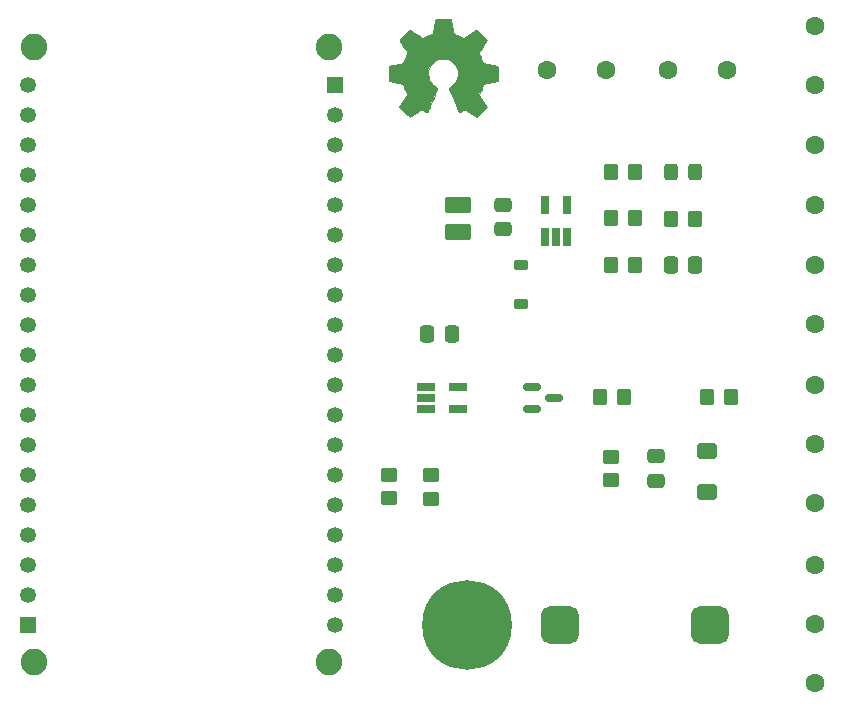
<source format=gbr>
%TF.GenerationSoftware,KiCad,Pcbnew,7.0.8*%
%TF.CreationDate,2023-11-13T13:57:56+01:00*%
%TF.ProjectId,sdi12-esphome,73646931-322d-4657-9370-686f6d652e6b,rev?*%
%TF.SameCoordinates,Original*%
%TF.FileFunction,Soldermask,Top*%
%TF.FilePolarity,Negative*%
%FSLAX46Y46*%
G04 Gerber Fmt 4.6, Leading zero omitted, Abs format (unit mm)*
G04 Created by KiCad (PCBNEW 7.0.8) date 2023-11-13 13:57:56*
%MOMM*%
%LPD*%
G01*
G04 APERTURE LIST*
G04 Aperture macros list*
%AMRoundRect*
0 Rectangle with rounded corners*
0 $1 Rounding radius*
0 $2 $3 $4 $5 $6 $7 $8 $9 X,Y pos of 4 corners*
0 Add a 4 corners polygon primitive as box body*
4,1,4,$2,$3,$4,$5,$6,$7,$8,$9,$2,$3,0*
0 Add four circle primitives for the rounded corners*
1,1,$1+$1,$2,$3*
1,1,$1+$1,$4,$5*
1,1,$1+$1,$6,$7*
1,1,$1+$1,$8,$9*
0 Add four rect primitives between the rounded corners*
20,1,$1+$1,$2,$3,$4,$5,0*
20,1,$1+$1,$4,$5,$6,$7,0*
20,1,$1+$1,$6,$7,$8,$9,0*
20,1,$1+$1,$8,$9,$2,$3,0*%
G04 Aperture macros list end*
%ADD10C,0.010000*%
%ADD11C,2.250000*%
%ADD12R,1.350000X1.350000*%
%ADD13C,1.350000*%
%ADD14RoundRect,0.250000X-0.350000X-0.450000X0.350000X-0.450000X0.350000X0.450000X-0.350000X0.450000X0*%
%ADD15RoundRect,0.250000X0.350000X0.450000X-0.350000X0.450000X-0.350000X-0.450000X0.350000X-0.450000X0*%
%ADD16RoundRect,0.800000X-0.800000X-0.800000X0.800000X-0.800000X0.800000X0.800000X-0.800000X0.800000X0*%
%ADD17C,1.600200*%
%ADD18RoundRect,0.250000X-0.450000X0.350000X-0.450000X-0.350000X0.450000X-0.350000X0.450000X0.350000X0*%
%ADD19RoundRect,0.250000X-0.337500X-0.475000X0.337500X-0.475000X0.337500X0.475000X-0.337500X0.475000X0*%
%ADD20RoundRect,0.250000X-0.475000X0.337500X-0.475000X-0.337500X0.475000X-0.337500X0.475000X0.337500X0*%
%ADD21C,4.700000*%
%ADD22C,7.600000*%
%ADD23R,1.560000X0.650000*%
%ADD24RoundRect,0.250000X-0.325000X-0.450000X0.325000X-0.450000X0.325000X0.450000X-0.325000X0.450000X0*%
%ADD25RoundRect,0.250000X0.450000X-0.350000X0.450000X0.350000X-0.450000X0.350000X-0.450000X-0.350000X0*%
%ADD26RoundRect,0.250000X0.337500X0.475000X-0.337500X0.475000X-0.337500X-0.475000X0.337500X-0.475000X0*%
%ADD27RoundRect,0.150000X-0.587500X-0.150000X0.587500X-0.150000X0.587500X0.150000X-0.587500X0.150000X0*%
%ADD28RoundRect,0.250001X-0.849999X0.462499X-0.849999X-0.462499X0.849999X-0.462499X0.849999X0.462499X0*%
%ADD29RoundRect,0.225000X0.375000X-0.225000X0.375000X0.225000X-0.375000X0.225000X-0.375000X-0.225000X0*%
%ADD30RoundRect,0.250000X-0.600000X0.400000X-0.600000X-0.400000X0.600000X-0.400000X0.600000X0.400000X0*%
%ADD31R,0.650000X1.560000*%
G04 APERTURE END LIST*
%TO.C,LOGO1*%
D10*
X83267014Y-47792998D02*
X83425006Y-47793863D01*
X83539347Y-47796205D01*
X83617407Y-47800762D01*
X83666554Y-47808270D01*
X83694159Y-47819466D01*
X83707592Y-47835088D01*
X83714221Y-47855873D01*
X83714865Y-47858563D01*
X83724935Y-47907113D01*
X83743575Y-48002905D01*
X83768845Y-48135743D01*
X83798807Y-48295431D01*
X83831522Y-48471774D01*
X83832664Y-48477967D01*
X83865433Y-48650782D01*
X83896093Y-48803469D01*
X83922664Y-48926871D01*
X83943167Y-49011831D01*
X83955626Y-49049190D01*
X83956220Y-49049852D01*
X83992919Y-49068095D01*
X84068586Y-49098497D01*
X84166878Y-49134493D01*
X84167425Y-49134685D01*
X84291233Y-49181222D01*
X84437196Y-49240504D01*
X84574781Y-49300109D01*
X84581293Y-49303056D01*
X84805390Y-49404765D01*
X85301619Y-49065897D01*
X85453846Y-48962592D01*
X85591741Y-48870237D01*
X85707315Y-48794084D01*
X85792579Y-48739385D01*
X85839544Y-48711393D01*
X85844004Y-48709317D01*
X85878134Y-48718560D01*
X85941881Y-48763156D01*
X86037731Y-48845209D01*
X86168169Y-48966821D01*
X86301328Y-49096205D01*
X86429694Y-49223702D01*
X86544581Y-49340046D01*
X86639073Y-49438052D01*
X86706253Y-49510536D01*
X86739206Y-49550313D01*
X86740432Y-49552361D01*
X86744074Y-49579656D01*
X86730350Y-49624234D01*
X86695869Y-49692112D01*
X86637239Y-49789311D01*
X86551070Y-49921851D01*
X86436200Y-50092476D01*
X86334254Y-50242655D01*
X86243123Y-50377350D01*
X86168073Y-50488740D01*
X86114369Y-50569005D01*
X86087280Y-50610325D01*
X86085574Y-50613130D01*
X86088882Y-50652721D01*
X86113953Y-50729669D01*
X86155798Y-50829432D01*
X86170712Y-50861291D01*
X86235786Y-51003226D01*
X86305212Y-51164273D01*
X86361609Y-51303621D01*
X86402247Y-51407044D01*
X86434526Y-51485642D01*
X86453178Y-51526720D01*
X86455497Y-51529885D01*
X86489803Y-51535128D01*
X86570669Y-51549494D01*
X86687343Y-51570937D01*
X86829075Y-51597413D01*
X86985110Y-51626877D01*
X87144698Y-51657283D01*
X87297085Y-51686588D01*
X87431521Y-51712745D01*
X87537252Y-51733710D01*
X87603526Y-51747439D01*
X87619782Y-51751320D01*
X87636573Y-51760900D01*
X87649249Y-51782536D01*
X87658378Y-51823531D01*
X87664531Y-51891189D01*
X87668280Y-51992812D01*
X87670192Y-52135703D01*
X87670840Y-52327165D01*
X87670874Y-52405645D01*
X87670874Y-53043906D01*
X87517598Y-53074160D01*
X87432322Y-53090564D01*
X87305070Y-53114509D01*
X87151315Y-53143107D01*
X86986534Y-53173467D01*
X86940989Y-53181806D01*
X86788932Y-53211370D01*
X86656468Y-53240442D01*
X86554714Y-53266329D01*
X86494788Y-53286337D01*
X86484805Y-53292301D01*
X86460293Y-53334534D01*
X86425148Y-53416370D01*
X86386173Y-53521683D01*
X86378442Y-53544368D01*
X86327360Y-53685018D01*
X86263954Y-53843714D01*
X86201904Y-53986225D01*
X86201598Y-53986886D01*
X86098267Y-54210440D01*
X86777961Y-55210232D01*
X86341621Y-55647300D01*
X86209649Y-55777381D01*
X86089279Y-55892048D01*
X85987273Y-55985181D01*
X85910391Y-56050658D01*
X85865393Y-56082357D01*
X85858938Y-56084368D01*
X85821040Y-56068529D01*
X85743708Y-56024496D01*
X85635389Y-55957490D01*
X85504532Y-55872734D01*
X85363052Y-55777816D01*
X85219461Y-55680998D01*
X85091435Y-55596751D01*
X84987105Y-55530258D01*
X84914600Y-55486702D01*
X84882158Y-55471264D01*
X84842576Y-55484328D01*
X84767519Y-55518750D01*
X84672468Y-55567380D01*
X84662392Y-55572785D01*
X84534391Y-55636980D01*
X84446618Y-55668463D01*
X84392028Y-55668798D01*
X84363575Y-55639548D01*
X84363410Y-55639138D01*
X84349188Y-55604498D01*
X84315269Y-55522269D01*
X84264284Y-55398814D01*
X84198862Y-55240498D01*
X84121634Y-55053686D01*
X84035229Y-54844742D01*
X83951551Y-54642446D01*
X83859588Y-54419200D01*
X83775150Y-54212392D01*
X83700769Y-54028362D01*
X83638974Y-53873451D01*
X83592297Y-53753996D01*
X83563268Y-53676339D01*
X83554322Y-53647356D01*
X83576756Y-53614110D01*
X83635439Y-53561123D01*
X83713689Y-53502704D01*
X83936534Y-53317952D01*
X84110718Y-53106182D01*
X84234154Y-52871856D01*
X84304754Y-52619434D01*
X84320431Y-52353377D01*
X84309036Y-52230575D01*
X84246950Y-51975793D01*
X84140023Y-51750801D01*
X83994889Y-51557817D01*
X83818178Y-51399061D01*
X83616522Y-51276750D01*
X83396554Y-51193105D01*
X83164906Y-51150344D01*
X82928209Y-51150687D01*
X82693095Y-51196352D01*
X82466196Y-51289559D01*
X82254144Y-51432527D01*
X82165636Y-51513383D01*
X81995889Y-51721007D01*
X81877699Y-51947895D01*
X81810278Y-52187433D01*
X81792840Y-52433007D01*
X81824598Y-52678003D01*
X81904765Y-52915808D01*
X82032555Y-53139807D01*
X82207180Y-53343387D01*
X82402312Y-53502704D01*
X82483591Y-53563602D01*
X82541009Y-53616015D01*
X82561678Y-53647406D01*
X82550856Y-53681639D01*
X82520077Y-53763419D01*
X82471874Y-53886407D01*
X82408778Y-54044263D01*
X82333322Y-54230649D01*
X82248038Y-54439226D01*
X82164219Y-54642496D01*
X82071745Y-54865933D01*
X81986089Y-55072984D01*
X81909882Y-55257286D01*
X81845753Y-55412475D01*
X81796332Y-55532188D01*
X81764248Y-55610061D01*
X81752359Y-55639138D01*
X81724274Y-55668677D01*
X81669949Y-55668591D01*
X81582395Y-55637326D01*
X81454619Y-55573329D01*
X81453608Y-55572785D01*
X81357402Y-55523121D01*
X81279631Y-55486945D01*
X81235777Y-55471408D01*
X81233842Y-55471264D01*
X81200829Y-55487024D01*
X81127946Y-55530850D01*
X81023322Y-55597557D01*
X80895090Y-55681964D01*
X80752948Y-55777816D01*
X80608233Y-55874867D01*
X80477804Y-55959270D01*
X80370110Y-56025801D01*
X80293598Y-56069238D01*
X80257062Y-56084368D01*
X80223418Y-56064482D01*
X80155776Y-56008903D01*
X80060893Y-55923754D01*
X79945530Y-55815153D01*
X79816445Y-55689221D01*
X79774229Y-55647149D01*
X79337739Y-55209931D01*
X79669977Y-54722340D01*
X79770946Y-54572605D01*
X79859562Y-54438220D01*
X79930854Y-54326969D01*
X79979850Y-54246639D01*
X80001578Y-54205014D01*
X80002215Y-54202053D01*
X79990760Y-54162818D01*
X79959949Y-54083895D01*
X79915116Y-53978509D01*
X79883647Y-53907954D01*
X79824808Y-53772876D01*
X79769396Y-53636409D01*
X79726436Y-53521103D01*
X79714766Y-53485977D01*
X79681611Y-53392174D01*
X79649201Y-53319694D01*
X79631399Y-53292301D01*
X79592114Y-53275536D01*
X79506374Y-53251770D01*
X79385303Y-53223697D01*
X79240027Y-53194009D01*
X79175012Y-53181806D01*
X79009913Y-53151468D01*
X78851552Y-53122093D01*
X78715404Y-53096569D01*
X78616943Y-53077785D01*
X78598402Y-53074160D01*
X78445127Y-53043906D01*
X78445127Y-52405645D01*
X78445471Y-52195770D01*
X78446884Y-52036980D01*
X78449936Y-51921973D01*
X78455197Y-51843446D01*
X78463237Y-51794096D01*
X78474627Y-51766619D01*
X78489937Y-51753713D01*
X78496218Y-51751320D01*
X78534104Y-51742833D01*
X78617805Y-51725900D01*
X78736567Y-51702566D01*
X78879639Y-51674875D01*
X79036268Y-51644873D01*
X79195703Y-51614604D01*
X79347191Y-51586115D01*
X79479981Y-51561449D01*
X79583319Y-51542651D01*
X79646455Y-51531767D01*
X79660503Y-51529885D01*
X79673230Y-51504704D01*
X79701400Y-51437622D01*
X79739748Y-51341333D01*
X79754391Y-51303621D01*
X79813452Y-51157921D01*
X79883000Y-50996951D01*
X79945288Y-50861291D01*
X79991121Y-50757561D01*
X80021613Y-50672326D01*
X80031792Y-50620126D01*
X80030169Y-50613130D01*
X80008657Y-50580102D01*
X79959535Y-50506643D01*
X79888077Y-50400577D01*
X79799555Y-50269726D01*
X79699241Y-50121912D01*
X79679406Y-50092734D01*
X79563012Y-49919863D01*
X79477452Y-49788226D01*
X79419316Y-49691761D01*
X79385192Y-49624408D01*
X79371669Y-49580106D01*
X79375336Y-49552794D01*
X79375430Y-49552620D01*
X79404293Y-49516746D01*
X79468133Y-49447391D01*
X79560031Y-49351745D01*
X79673067Y-49236999D01*
X79800321Y-49110341D01*
X79814672Y-49096205D01*
X79975043Y-48940903D01*
X80098805Y-48826870D01*
X80188445Y-48752002D01*
X80246448Y-48714196D01*
X80271996Y-48709317D01*
X80309282Y-48730603D01*
X80386657Y-48779773D01*
X80496133Y-48851575D01*
X80629720Y-48940755D01*
X80779430Y-49042063D01*
X80814382Y-49065897D01*
X81310610Y-49404765D01*
X81534707Y-49303056D01*
X81670989Y-49243783D01*
X81817276Y-49184170D01*
X81943035Y-49136640D01*
X81948575Y-49134685D01*
X82046943Y-49098677D01*
X82122771Y-49068229D01*
X82159718Y-49049905D01*
X82159780Y-49049852D01*
X82171504Y-49016729D01*
X82191432Y-48935267D01*
X82217587Y-48814625D01*
X82247990Y-48663959D01*
X82280663Y-48492428D01*
X82283336Y-48477967D01*
X82316110Y-48301235D01*
X82346198Y-48140810D01*
X82371661Y-48006888D01*
X82390559Y-47909663D01*
X82400953Y-47859332D01*
X82401135Y-47858563D01*
X82407461Y-47837153D01*
X82419761Y-47820988D01*
X82445406Y-47809331D01*
X82491765Y-47801445D01*
X82566208Y-47796593D01*
X82676105Y-47794039D01*
X82828825Y-47793045D01*
X83031738Y-47792874D01*
X83058000Y-47792874D01*
X83267014Y-47792998D01*
G36*
X83267014Y-47792998D02*
G01*
X83425006Y-47793863D01*
X83539347Y-47796205D01*
X83617407Y-47800762D01*
X83666554Y-47808270D01*
X83694159Y-47819466D01*
X83707592Y-47835088D01*
X83714221Y-47855873D01*
X83714865Y-47858563D01*
X83724935Y-47907113D01*
X83743575Y-48002905D01*
X83768845Y-48135743D01*
X83798807Y-48295431D01*
X83831522Y-48471774D01*
X83832664Y-48477967D01*
X83865433Y-48650782D01*
X83896093Y-48803469D01*
X83922664Y-48926871D01*
X83943167Y-49011831D01*
X83955626Y-49049190D01*
X83956220Y-49049852D01*
X83992919Y-49068095D01*
X84068586Y-49098497D01*
X84166878Y-49134493D01*
X84167425Y-49134685D01*
X84291233Y-49181222D01*
X84437196Y-49240504D01*
X84574781Y-49300109D01*
X84581293Y-49303056D01*
X84805390Y-49404765D01*
X85301619Y-49065897D01*
X85453846Y-48962592D01*
X85591741Y-48870237D01*
X85707315Y-48794084D01*
X85792579Y-48739385D01*
X85839544Y-48711393D01*
X85844004Y-48709317D01*
X85878134Y-48718560D01*
X85941881Y-48763156D01*
X86037731Y-48845209D01*
X86168169Y-48966821D01*
X86301328Y-49096205D01*
X86429694Y-49223702D01*
X86544581Y-49340046D01*
X86639073Y-49438052D01*
X86706253Y-49510536D01*
X86739206Y-49550313D01*
X86740432Y-49552361D01*
X86744074Y-49579656D01*
X86730350Y-49624234D01*
X86695869Y-49692112D01*
X86637239Y-49789311D01*
X86551070Y-49921851D01*
X86436200Y-50092476D01*
X86334254Y-50242655D01*
X86243123Y-50377350D01*
X86168073Y-50488740D01*
X86114369Y-50569005D01*
X86087280Y-50610325D01*
X86085574Y-50613130D01*
X86088882Y-50652721D01*
X86113953Y-50729669D01*
X86155798Y-50829432D01*
X86170712Y-50861291D01*
X86235786Y-51003226D01*
X86305212Y-51164273D01*
X86361609Y-51303621D01*
X86402247Y-51407044D01*
X86434526Y-51485642D01*
X86453178Y-51526720D01*
X86455497Y-51529885D01*
X86489803Y-51535128D01*
X86570669Y-51549494D01*
X86687343Y-51570937D01*
X86829075Y-51597413D01*
X86985110Y-51626877D01*
X87144698Y-51657283D01*
X87297085Y-51686588D01*
X87431521Y-51712745D01*
X87537252Y-51733710D01*
X87603526Y-51747439D01*
X87619782Y-51751320D01*
X87636573Y-51760900D01*
X87649249Y-51782536D01*
X87658378Y-51823531D01*
X87664531Y-51891189D01*
X87668280Y-51992812D01*
X87670192Y-52135703D01*
X87670840Y-52327165D01*
X87670874Y-52405645D01*
X87670874Y-53043906D01*
X87517598Y-53074160D01*
X87432322Y-53090564D01*
X87305070Y-53114509D01*
X87151315Y-53143107D01*
X86986534Y-53173467D01*
X86940989Y-53181806D01*
X86788932Y-53211370D01*
X86656468Y-53240442D01*
X86554714Y-53266329D01*
X86494788Y-53286337D01*
X86484805Y-53292301D01*
X86460293Y-53334534D01*
X86425148Y-53416370D01*
X86386173Y-53521683D01*
X86378442Y-53544368D01*
X86327360Y-53685018D01*
X86263954Y-53843714D01*
X86201904Y-53986225D01*
X86201598Y-53986886D01*
X86098267Y-54210440D01*
X86777961Y-55210232D01*
X86341621Y-55647300D01*
X86209649Y-55777381D01*
X86089279Y-55892048D01*
X85987273Y-55985181D01*
X85910391Y-56050658D01*
X85865393Y-56082357D01*
X85858938Y-56084368D01*
X85821040Y-56068529D01*
X85743708Y-56024496D01*
X85635389Y-55957490D01*
X85504532Y-55872734D01*
X85363052Y-55777816D01*
X85219461Y-55680998D01*
X85091435Y-55596751D01*
X84987105Y-55530258D01*
X84914600Y-55486702D01*
X84882158Y-55471264D01*
X84842576Y-55484328D01*
X84767519Y-55518750D01*
X84672468Y-55567380D01*
X84662392Y-55572785D01*
X84534391Y-55636980D01*
X84446618Y-55668463D01*
X84392028Y-55668798D01*
X84363575Y-55639548D01*
X84363410Y-55639138D01*
X84349188Y-55604498D01*
X84315269Y-55522269D01*
X84264284Y-55398814D01*
X84198862Y-55240498D01*
X84121634Y-55053686D01*
X84035229Y-54844742D01*
X83951551Y-54642446D01*
X83859588Y-54419200D01*
X83775150Y-54212392D01*
X83700769Y-54028362D01*
X83638974Y-53873451D01*
X83592297Y-53753996D01*
X83563268Y-53676339D01*
X83554322Y-53647356D01*
X83576756Y-53614110D01*
X83635439Y-53561123D01*
X83713689Y-53502704D01*
X83936534Y-53317952D01*
X84110718Y-53106182D01*
X84234154Y-52871856D01*
X84304754Y-52619434D01*
X84320431Y-52353377D01*
X84309036Y-52230575D01*
X84246950Y-51975793D01*
X84140023Y-51750801D01*
X83994889Y-51557817D01*
X83818178Y-51399061D01*
X83616522Y-51276750D01*
X83396554Y-51193105D01*
X83164906Y-51150344D01*
X82928209Y-51150687D01*
X82693095Y-51196352D01*
X82466196Y-51289559D01*
X82254144Y-51432527D01*
X82165636Y-51513383D01*
X81995889Y-51721007D01*
X81877699Y-51947895D01*
X81810278Y-52187433D01*
X81792840Y-52433007D01*
X81824598Y-52678003D01*
X81904765Y-52915808D01*
X82032555Y-53139807D01*
X82207180Y-53343387D01*
X82402312Y-53502704D01*
X82483591Y-53563602D01*
X82541009Y-53616015D01*
X82561678Y-53647406D01*
X82550856Y-53681639D01*
X82520077Y-53763419D01*
X82471874Y-53886407D01*
X82408778Y-54044263D01*
X82333322Y-54230649D01*
X82248038Y-54439226D01*
X82164219Y-54642496D01*
X82071745Y-54865933D01*
X81986089Y-55072984D01*
X81909882Y-55257286D01*
X81845753Y-55412475D01*
X81796332Y-55532188D01*
X81764248Y-55610061D01*
X81752359Y-55639138D01*
X81724274Y-55668677D01*
X81669949Y-55668591D01*
X81582395Y-55637326D01*
X81454619Y-55573329D01*
X81453608Y-55572785D01*
X81357402Y-55523121D01*
X81279631Y-55486945D01*
X81235777Y-55471408D01*
X81233842Y-55471264D01*
X81200829Y-55487024D01*
X81127946Y-55530850D01*
X81023322Y-55597557D01*
X80895090Y-55681964D01*
X80752948Y-55777816D01*
X80608233Y-55874867D01*
X80477804Y-55959270D01*
X80370110Y-56025801D01*
X80293598Y-56069238D01*
X80257062Y-56084368D01*
X80223418Y-56064482D01*
X80155776Y-56008903D01*
X80060893Y-55923754D01*
X79945530Y-55815153D01*
X79816445Y-55689221D01*
X79774229Y-55647149D01*
X79337739Y-55209931D01*
X79669977Y-54722340D01*
X79770946Y-54572605D01*
X79859562Y-54438220D01*
X79930854Y-54326969D01*
X79979850Y-54246639D01*
X80001578Y-54205014D01*
X80002215Y-54202053D01*
X79990760Y-54162818D01*
X79959949Y-54083895D01*
X79915116Y-53978509D01*
X79883647Y-53907954D01*
X79824808Y-53772876D01*
X79769396Y-53636409D01*
X79726436Y-53521103D01*
X79714766Y-53485977D01*
X79681611Y-53392174D01*
X79649201Y-53319694D01*
X79631399Y-53292301D01*
X79592114Y-53275536D01*
X79506374Y-53251770D01*
X79385303Y-53223697D01*
X79240027Y-53194009D01*
X79175012Y-53181806D01*
X79009913Y-53151468D01*
X78851552Y-53122093D01*
X78715404Y-53096569D01*
X78616943Y-53077785D01*
X78598402Y-53074160D01*
X78445127Y-53043906D01*
X78445127Y-52405645D01*
X78445471Y-52195770D01*
X78446884Y-52036980D01*
X78449936Y-51921973D01*
X78455197Y-51843446D01*
X78463237Y-51794096D01*
X78474627Y-51766619D01*
X78489937Y-51753713D01*
X78496218Y-51751320D01*
X78534104Y-51742833D01*
X78617805Y-51725900D01*
X78736567Y-51702566D01*
X78879639Y-51674875D01*
X79036268Y-51644873D01*
X79195703Y-51614604D01*
X79347191Y-51586115D01*
X79479981Y-51561449D01*
X79583319Y-51542651D01*
X79646455Y-51531767D01*
X79660503Y-51529885D01*
X79673230Y-51504704D01*
X79701400Y-51437622D01*
X79739748Y-51341333D01*
X79754391Y-51303621D01*
X79813452Y-51157921D01*
X79883000Y-50996951D01*
X79945288Y-50861291D01*
X79991121Y-50757561D01*
X80021613Y-50672326D01*
X80031792Y-50620126D01*
X80030169Y-50613130D01*
X80008657Y-50580102D01*
X79959535Y-50506643D01*
X79888077Y-50400577D01*
X79799555Y-50269726D01*
X79699241Y-50121912D01*
X79679406Y-50092734D01*
X79563012Y-49919863D01*
X79477452Y-49788226D01*
X79419316Y-49691761D01*
X79385192Y-49624408D01*
X79371669Y-49580106D01*
X79375336Y-49552794D01*
X79375430Y-49552620D01*
X79404293Y-49516746D01*
X79468133Y-49447391D01*
X79560031Y-49351745D01*
X79673067Y-49236999D01*
X79800321Y-49110341D01*
X79814672Y-49096205D01*
X79975043Y-48940903D01*
X80098805Y-48826870D01*
X80188445Y-48752002D01*
X80246448Y-48714196D01*
X80271996Y-48709317D01*
X80309282Y-48730603D01*
X80386657Y-48779773D01*
X80496133Y-48851575D01*
X80629720Y-48940755D01*
X80779430Y-49042063D01*
X80814382Y-49065897D01*
X81310610Y-49404765D01*
X81534707Y-49303056D01*
X81670989Y-49243783D01*
X81817276Y-49184170D01*
X81943035Y-49136640D01*
X81948575Y-49134685D01*
X82046943Y-49098677D01*
X82122771Y-49068229D01*
X82159718Y-49049905D01*
X82159780Y-49049852D01*
X82171504Y-49016729D01*
X82191432Y-48935267D01*
X82217587Y-48814625D01*
X82247990Y-48663959D01*
X82280663Y-48492428D01*
X82283336Y-48477967D01*
X82316110Y-48301235D01*
X82346198Y-48140810D01*
X82371661Y-48006888D01*
X82390559Y-47909663D01*
X82400953Y-47859332D01*
X82401135Y-47858563D01*
X82407461Y-47837153D01*
X82419761Y-47820988D01*
X82445406Y-47809331D01*
X82491765Y-47801445D01*
X82566208Y-47796593D01*
X82676105Y-47794039D01*
X82828825Y-47793045D01*
X83031738Y-47792874D01*
X83058000Y-47792874D01*
X83267014Y-47792998D01*
G37*
%TD*%
D11*
%TO.C,U1*%
X73420000Y-102200000D03*
X73420000Y-50200000D03*
X48420000Y-102200000D03*
X48420000Y-50200000D03*
D12*
X47920000Y-99060000D03*
D13*
X47920000Y-96520000D03*
X47920000Y-93980000D03*
X47920000Y-91440000D03*
X47920000Y-88900000D03*
X47920000Y-86360000D03*
X47920000Y-83820000D03*
X47920000Y-81280000D03*
X47920000Y-78740000D03*
X47920000Y-76200000D03*
X47920000Y-73660000D03*
X47920000Y-71120000D03*
X47920000Y-68580000D03*
X47920000Y-66040000D03*
X47920000Y-63500000D03*
X47920000Y-60960000D03*
X47920000Y-58420000D03*
X47920000Y-55880000D03*
X47920000Y-53340000D03*
D12*
X73920000Y-53340000D03*
D13*
X73920000Y-55880000D03*
X73920000Y-58420000D03*
X73920000Y-60960000D03*
X73920000Y-63500000D03*
X73920000Y-66040000D03*
X73920000Y-68580000D03*
X73920000Y-71120000D03*
X73920000Y-73660000D03*
X73920000Y-76200000D03*
X73920000Y-78740000D03*
X73920000Y-81280000D03*
X73920000Y-83820000D03*
X73920000Y-86360000D03*
X73920000Y-88900000D03*
X73920000Y-91440000D03*
X73920000Y-93980000D03*
X73920000Y-96520000D03*
X73920000Y-99060000D03*
%TD*%
D14*
%TO.C,R3*%
X96343000Y-79822000D03*
X98343000Y-79822000D03*
%TD*%
D15*
%TO.C,R6*%
X99282000Y-64676000D03*
X97282000Y-64676000D03*
%TD*%
D16*
%TO.C,GD1*%
X92970000Y-99060000D03*
X105670000Y-99060000D03*
%TD*%
D17*
%TO.C,J1*%
X114560000Y-58420000D03*
X114560000Y-53420000D03*
X114560000Y-48420000D03*
%TD*%
D18*
%TO.C,R1*%
X97282000Y-84836000D03*
X97282000Y-86836000D03*
%TD*%
D17*
%TO.C,J4*%
X114560000Y-103980000D03*
X114560000Y-98980000D03*
X114560000Y-93980000D03*
%TD*%
%TO.C,J6*%
X107108000Y-52070000D03*
X102108000Y-52070000D03*
%TD*%
D14*
%TO.C,R2*%
X105394000Y-79822000D03*
X107394000Y-79822000D03*
%TD*%
D19*
%TO.C,C2*%
X81734500Y-74488000D03*
X83809500Y-74488000D03*
%TD*%
D20*
%TO.C,C3*%
X88106000Y-63500000D03*
X88106000Y-65575000D03*
%TD*%
D21*
%TO.C,J0*%
X85050000Y-99060000D03*
D22*
X85050000Y-99060000D03*
%TD*%
D14*
%TO.C,R8*%
X97282000Y-68580000D03*
X99282000Y-68580000D03*
%TD*%
D15*
%TO.C,R7*%
X104362000Y-64683500D03*
X102362000Y-64683500D03*
%TD*%
D17*
%TO.C,J3*%
X114560000Y-88740000D03*
X114560000Y-83740000D03*
X114560000Y-78740000D03*
%TD*%
D23*
%TO.C,U2*%
X81596000Y-78938000D03*
X81596000Y-79888000D03*
X81596000Y-80838000D03*
X84296000Y-80838000D03*
X84296000Y-78938000D03*
%TD*%
D14*
%TO.C,R9*%
X97266000Y-60772000D03*
X99266000Y-60772000D03*
%TD*%
D24*
%TO.C,D3*%
X102337000Y-60772000D03*
X104387000Y-60772000D03*
%TD*%
D25*
%TO.C,R5*%
X78486000Y-88376000D03*
X78486000Y-86376000D03*
%TD*%
D26*
%TO.C,C4*%
X104415500Y-68580000D03*
X102340500Y-68580000D03*
%TD*%
D27*
%TO.C,Q1*%
X90549000Y-78938000D03*
X90549000Y-80838000D03*
X92424000Y-79888000D03*
%TD*%
D28*
%TO.C,L1*%
X84296000Y-63500000D03*
X84296000Y-65825000D03*
%TD*%
D20*
%TO.C,C1*%
X101092000Y-84814500D03*
X101092000Y-86889500D03*
%TD*%
D17*
%TO.C,J2*%
X114560000Y-73580000D03*
X114560000Y-68580000D03*
X114560000Y-63580000D03*
%TD*%
%TO.C,J5*%
X96868000Y-52070000D03*
X91868000Y-52070000D03*
%TD*%
D25*
%TO.C,R4*%
X82042000Y-88392000D03*
X82042000Y-86392000D03*
%TD*%
D29*
%TO.C,D2*%
X89662000Y-71880000D03*
X89662000Y-68580000D03*
%TD*%
D30*
%TO.C,D1*%
X105410000Y-84356000D03*
X105410000Y-87856000D03*
%TD*%
D31*
%TO.C,U3*%
X91662000Y-66252500D03*
X92612000Y-66252500D03*
X93562000Y-66252500D03*
X93562000Y-63552500D03*
X91662000Y-63552500D03*
%TD*%
M02*

</source>
